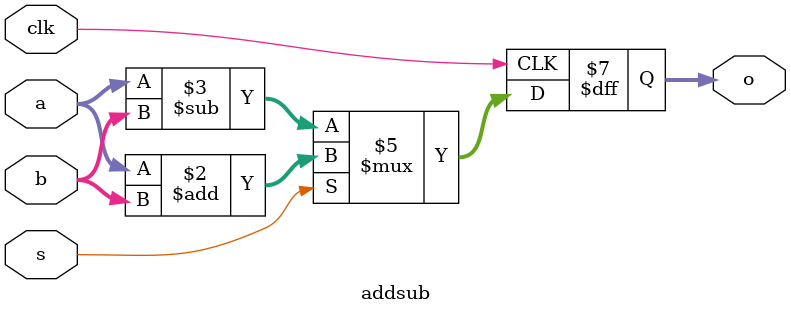
<source format=v>
module addsub(o, a, b, s, clk);
	input [7:0] a, b;
	input s, clk;
	output reg [8:0] o;
	
	always @(posedge clk) begin
		if(s) o <= a + b;
		else o <= a - b;
	end
endmodule

</source>
